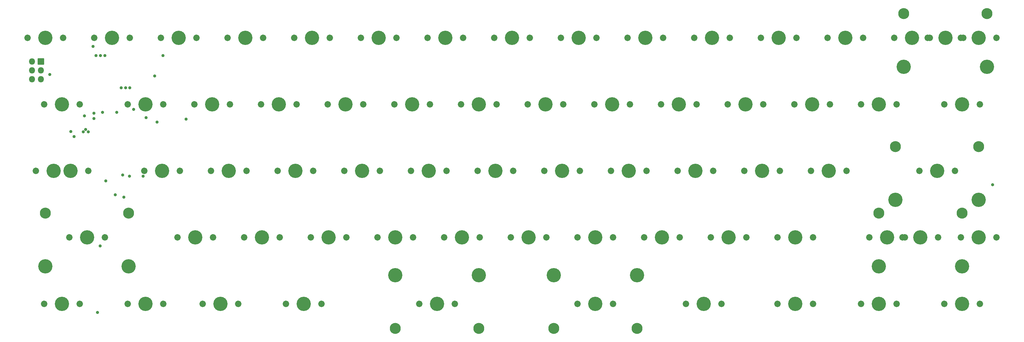
<source format=gbr>
%TF.GenerationSoftware,KiCad,Pcbnew,(6.0.6)*%
%TF.CreationDate,2022-07-22T23:56:38+02:00*%
%TF.ProjectId,bakeneko-60-pcb,62616b65-6e65-46b6-9f2d-36302d706362,rev?*%
%TF.SameCoordinates,Original*%
%TF.FileFunction,Soldermask,Top*%
%TF.FilePolarity,Negative*%
%FSLAX46Y46*%
G04 Gerber Fmt 4.6, Leading zero omitted, Abs format (unit mm)*
G04 Created by KiCad (PCBNEW (6.0.6)) date 2022-07-22 23:56:38*
%MOMM*%
%LPD*%
G01*
G04 APERTURE LIST*
G04 Aperture macros list*
%AMRoundRect*
0 Rectangle with rounded corners*
0 $1 Rounding radius*
0 $2 $3 $4 $5 $6 $7 $8 $9 X,Y pos of 4 corners*
0 Add a 4 corners polygon primitive as box body*
4,1,4,$2,$3,$4,$5,$6,$7,$8,$9,$2,$3,0*
0 Add four circle primitives for the rounded corners*
1,1,$1+$1,$2,$3*
1,1,$1+$1,$4,$5*
1,1,$1+$1,$6,$7*
1,1,$1+$1,$8,$9*
0 Add four rect primitives between the rounded corners*
20,1,$1+$1,$2,$3,$4,$5,0*
20,1,$1+$1,$4,$5,$6,$7,0*
20,1,$1+$1,$6,$7,$8,$9,0*
20,1,$1+$1,$8,$9,$2,$3,0*%
G04 Aperture macros list end*
%ADD10C,1.850000*%
%ADD11C,4.087800*%
%ADD12C,3.148000*%
%ADD13O,1.800000X1.800000*%
%ADD14RoundRect,0.050000X0.850000X0.850000X-0.850000X0.850000X-0.850000X-0.850000X0.850000X-0.850000X0*%
%ADD15C,0.900000*%
G04 APERTURE END LIST*
D10*
%TO.C,MX1*%
X3920000Y-9000000D03*
X14080000Y-9000000D03*
D11*
X9000000Y-9000000D03*
%TD*%
%TO.C,MX2*%
X28050000Y-9000000D03*
D10*
X22970000Y-9000000D03*
X33130000Y-9000000D03*
%TD*%
D11*
%TO.C,MX3*%
X47100000Y-9000000D03*
D10*
X42020000Y-9000000D03*
X52180000Y-9000000D03*
%TD*%
%TO.C,MX4*%
X61070000Y-9000000D03*
D11*
X66150000Y-9000000D03*
D10*
X71230000Y-9000000D03*
%TD*%
%TO.C,MX5*%
X90280000Y-9000000D03*
X80120000Y-9000000D03*
D11*
X85200000Y-9000000D03*
%TD*%
D10*
%TO.C,MX6*%
X99170000Y-9000000D03*
D11*
X104250000Y-9000000D03*
D10*
X109330000Y-9000000D03*
%TD*%
%TO.C,MX7*%
X118220000Y-9000000D03*
D11*
X123300000Y-9000000D03*
D10*
X128380000Y-9000000D03*
%TD*%
%TO.C,MX9*%
X156320000Y-9000000D03*
X166480000Y-9000000D03*
D11*
X161400000Y-9000000D03*
%TD*%
D10*
%TO.C,MX10*%
X185530000Y-9000000D03*
X175370000Y-9000000D03*
D11*
X180450000Y-9000000D03*
%TD*%
%TO.C,MX11*%
X199500000Y-9000000D03*
D10*
X204580000Y-9000000D03*
X194420000Y-9000000D03*
%TD*%
%TO.C,MX12*%
X223630000Y-9000000D03*
X213470000Y-9000000D03*
D11*
X218550000Y-9000000D03*
%TD*%
D10*
%TO.C,MX13*%
X232520000Y-9000000D03*
X242680000Y-9000000D03*
D11*
X237600000Y-9000000D03*
%TD*%
D10*
%TO.C,MX14*%
X261730000Y-9000000D03*
D11*
X256650000Y-9000000D03*
D10*
X251570000Y-9000000D03*
%TD*%
D11*
%TO.C,MX16*%
X266175000Y-9000000D03*
X254268750Y-17255000D03*
D10*
X271255000Y-9000000D03*
D12*
X278081250Y-2015000D03*
D11*
X278081250Y-17255000D03*
D12*
X254268750Y-2015000D03*
D10*
X261095000Y-9000000D03*
%TD*%
%TO.C,MX17*%
X18842500Y-28050000D03*
D11*
X13762500Y-28050000D03*
D10*
X8682500Y-28050000D03*
%TD*%
D11*
%TO.C,MX18*%
X37575000Y-28050000D03*
D10*
X32495000Y-28050000D03*
X42655000Y-28050000D03*
%TD*%
%TO.C,MX19*%
X61705000Y-28050000D03*
D11*
X56625000Y-28050000D03*
D10*
X51545000Y-28050000D03*
%TD*%
D11*
%TO.C,MX20*%
X75675000Y-28050000D03*
D10*
X80755000Y-28050000D03*
X70595000Y-28050000D03*
%TD*%
%TO.C,MX21*%
X99805000Y-28050000D03*
X89645000Y-28050000D03*
D11*
X94725000Y-28050000D03*
%TD*%
D10*
%TO.C,MX22*%
X118855000Y-28050000D03*
X108695000Y-28050000D03*
D11*
X113775000Y-28050000D03*
%TD*%
D10*
%TO.C,MX23*%
X137905000Y-28050000D03*
X127745000Y-28050000D03*
D11*
X132825000Y-28050000D03*
%TD*%
D10*
%TO.C,MX24*%
X156955000Y-28050000D03*
D11*
X151875000Y-28050000D03*
D10*
X146795000Y-28050000D03*
%TD*%
%TO.C,MX25*%
X176005000Y-28050000D03*
X165845000Y-28050000D03*
D11*
X170925000Y-28050000D03*
%TD*%
D10*
%TO.C,MX26*%
X195055000Y-28050000D03*
X184895000Y-28050000D03*
D11*
X189975000Y-28050000D03*
%TD*%
D10*
%TO.C,MX27*%
X214105000Y-28050000D03*
D11*
X209025000Y-28050000D03*
D10*
X203945000Y-28050000D03*
%TD*%
%TO.C,MX28*%
X233155000Y-28050000D03*
D11*
X228075000Y-28050000D03*
D10*
X222995000Y-28050000D03*
%TD*%
D11*
%TO.C,MX29*%
X247125000Y-28050000D03*
D10*
X242045000Y-28050000D03*
X252205000Y-28050000D03*
%TD*%
%TO.C,MX30*%
X276017500Y-28050000D03*
X265857500Y-28050000D03*
D11*
X270937500Y-28050000D03*
%TD*%
D10*
%TO.C,MX31*%
X6301250Y-47100000D03*
D11*
X11381250Y-47100000D03*
D10*
X16461250Y-47100000D03*
%TD*%
D11*
%TO.C,MX32*%
X16143750Y-47100000D03*
D10*
X11063750Y-47100000D03*
X21223750Y-47100000D03*
%TD*%
%TO.C,MX33*%
X47417500Y-47100000D03*
D11*
X42337500Y-47100000D03*
D10*
X37257500Y-47100000D03*
%TD*%
D11*
%TO.C,MX34*%
X61387500Y-47100000D03*
D10*
X56307500Y-47100000D03*
X66467500Y-47100000D03*
%TD*%
%TO.C,MX35*%
X85517500Y-47100000D03*
X75357500Y-47100000D03*
D11*
X80437500Y-47100000D03*
%TD*%
%TO.C,MX36*%
X99487500Y-47100000D03*
D10*
X94407500Y-47100000D03*
X104567500Y-47100000D03*
%TD*%
%TO.C,MX37*%
X123617500Y-47100000D03*
X113457500Y-47100000D03*
D11*
X118537500Y-47100000D03*
%TD*%
%TO.C,MX38*%
X137587500Y-47100000D03*
D10*
X142667500Y-47100000D03*
X132507500Y-47100000D03*
%TD*%
D11*
%TO.C,MX39*%
X156637500Y-47100000D03*
D10*
X151557500Y-47100000D03*
X161717500Y-47100000D03*
%TD*%
D11*
%TO.C,MX40*%
X175687500Y-47100000D03*
D10*
X170607500Y-47100000D03*
X180767500Y-47100000D03*
%TD*%
D11*
%TO.C,MX41*%
X194737500Y-47100000D03*
D10*
X189657500Y-47100000D03*
X199817500Y-47100000D03*
%TD*%
%TO.C,MX42*%
X208707500Y-47100000D03*
D11*
X213787500Y-47100000D03*
D10*
X218867500Y-47100000D03*
%TD*%
%TO.C,MX43*%
X237917500Y-47100000D03*
X227757500Y-47100000D03*
D11*
X232837500Y-47100000D03*
%TD*%
%TO.C,MX44*%
X263793750Y-47100000D03*
D10*
X268873750Y-47100000D03*
D11*
X275700000Y-55355000D03*
D10*
X258713750Y-47100000D03*
D12*
X251887500Y-40115000D03*
D11*
X251887500Y-55355000D03*
D12*
X275700000Y-40115000D03*
%TD*%
D11*
%TO.C,MX45*%
X20906250Y-66150000D03*
X32812500Y-74405000D03*
D12*
X9000000Y-59165000D03*
D10*
X25986250Y-66150000D03*
X15826250Y-66150000D03*
D12*
X32812500Y-59165000D03*
D11*
X9000000Y-74405000D03*
%TD*%
D10*
%TO.C,MX46*%
X56942500Y-66150000D03*
X46782500Y-66150000D03*
D11*
X51862500Y-66150000D03*
%TD*%
%TO.C,MX47*%
X70912500Y-66150000D03*
D10*
X65832500Y-66150000D03*
X75992500Y-66150000D03*
%TD*%
%TO.C,MX48*%
X95042500Y-66150000D03*
D11*
X89962500Y-66150000D03*
D10*
X84882500Y-66150000D03*
%TD*%
%TO.C,MX49*%
X114092500Y-66150000D03*
X103932500Y-66150000D03*
D11*
X109012500Y-66150000D03*
%TD*%
%TO.C,MX50*%
X128062500Y-66150000D03*
D10*
X133142500Y-66150000D03*
X122982500Y-66150000D03*
%TD*%
%TO.C,MX51*%
X142032500Y-66150000D03*
X152192500Y-66150000D03*
D11*
X147112500Y-66150000D03*
%TD*%
%TO.C,MX52*%
X166162500Y-66150000D03*
D10*
X161082500Y-66150000D03*
X171242500Y-66150000D03*
%TD*%
D11*
%TO.C,MX53*%
X185212500Y-66150000D03*
D10*
X180132500Y-66150000D03*
X190292500Y-66150000D03*
%TD*%
D11*
%TO.C,MX54*%
X204262500Y-66150000D03*
D10*
X199182500Y-66150000D03*
X209342500Y-66150000D03*
%TD*%
D11*
%TO.C,MX55*%
X223312500Y-66150000D03*
D10*
X218232500Y-66150000D03*
X228392500Y-66150000D03*
%TD*%
D11*
%TO.C,MX56*%
X249506250Y-66150000D03*
D10*
X254586250Y-66150000D03*
X244426250Y-66150000D03*
%TD*%
%TO.C,MX57*%
X270620000Y-66150000D03*
D11*
X275700000Y-66150000D03*
D10*
X280780000Y-66150000D03*
%TD*%
%TO.C,MX63*%
X202199500Y-85200000D03*
X192039500Y-85200000D03*
D11*
X197119500Y-85200000D03*
%TD*%
D10*
%TO.C,MX71*%
X218232500Y-85200000D03*
D11*
X223312500Y-85200000D03*
D10*
X228392500Y-85200000D03*
%TD*%
%TO.C,MX8*%
X147430000Y-9000000D03*
X137270000Y-9000000D03*
D11*
X142350000Y-9000000D03*
%TD*%
D12*
%TO.C,MX58*%
X270937500Y-59165000D03*
D10*
X253951250Y-66150000D03*
D11*
X259031250Y-66150000D03*
D10*
X264111250Y-66150000D03*
D12*
X247125000Y-59165000D03*
D11*
X270937500Y-74405000D03*
X247125000Y-74405000D03*
%TD*%
D10*
%TO.C,MX68*%
X32494500Y-85200000D03*
X42654500Y-85200000D03*
D11*
X37574500Y-85200000D03*
%TD*%
D10*
%TO.C,MX69*%
X64085500Y-85200000D03*
D11*
X59005500Y-85200000D03*
D10*
X53925500Y-85200000D03*
%TD*%
%TO.C,MX70*%
X115837500Y-85200000D03*
X125997500Y-85200000D03*
D12*
X132823750Y-92185000D03*
X109011250Y-92185000D03*
D11*
X120917500Y-85200000D03*
X132823750Y-76945000D03*
X109011250Y-76945000D03*
%TD*%
D10*
%TO.C,MX72*%
X242045000Y-85200000D03*
X252205000Y-85200000D03*
D11*
X247125000Y-85200000D03*
%TD*%
D10*
%TO.C,MX73*%
X276017500Y-85200000D03*
X265857500Y-85200000D03*
D11*
X270937500Y-85200000D03*
%TD*%
D10*
%TO.C,MX67*%
X18842500Y-85200000D03*
D11*
X13762500Y-85200000D03*
D10*
X8682500Y-85200000D03*
%TD*%
%TO.C,MX15*%
X270620000Y-9000000D03*
D11*
X275700000Y-9000000D03*
D10*
X280780000Y-9000000D03*
%TD*%
D11*
%TO.C,MX74*%
X82817500Y-85200000D03*
D10*
X87897500Y-85200000D03*
X77737500Y-85200000D03*
%TD*%
%TO.C,MX75*%
X161081500Y-85200000D03*
D11*
X154255250Y-76945000D03*
X178067750Y-76945000D03*
D10*
X171241500Y-85200000D03*
D11*
X166161500Y-85200000D03*
D12*
X154255250Y-92185000D03*
X178067750Y-92185000D03*
%TD*%
D13*
%TO.C,J2*%
X5190000Y-20807501D03*
X7730000Y-20807501D03*
X5190000Y-18267501D03*
X7730000Y-18267501D03*
X5190000Y-15727501D03*
D14*
X7730000Y-15727501D03*
%TD*%
D15*
X40233750Y-19920000D03*
X31413750Y-54630000D03*
X40887500Y-33060000D03*
X32997500Y-48576250D03*
X10251485Y-19431484D03*
X22893750Y-30565000D03*
X22603750Y-11443750D03*
X34250000Y-29460000D03*
X20160000Y-31290000D03*
X36883750Y-48590000D03*
X28943750Y-53970000D03*
X24621260Y-68590000D03*
X20511781Y-35178113D03*
X23887500Y-87643750D03*
X19783769Y-35913254D03*
X31902295Y-23252418D03*
X24710000Y-14020002D03*
X23460000Y-14020002D03*
X30652295Y-23252418D03*
X33152295Y-23252418D03*
X25960000Y-14020002D03*
X16302500Y-35811250D03*
X26248750Y-49950000D03*
X21233770Y-35870020D03*
X279643750Y-51053125D03*
X31120000Y-48260000D03*
X17164520Y-37255480D03*
X25353750Y-30306250D03*
X22854251Y-32080501D03*
X29360000Y-30295000D03*
X37779382Y-31859382D03*
X49204145Y-32239605D03*
X42553750Y-14020002D03*
M02*

</source>
